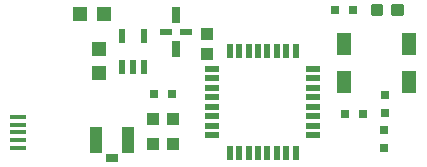
<source format=gtp>
G75*
%MOIN*%
%OFA0B0*%
%FSLAX25Y25*%
%IPPOS*%
%LPD*%
%AMOC8*
5,1,8,0,0,1.08239X$1,22.5*
%
%ADD10R,0.05000X0.02200*%
%ADD11R,0.02200X0.05000*%
%ADD12R,0.03150X0.03150*%
%ADD13R,0.03937X0.04331*%
%ADD14C,0.01181*%
%ADD15R,0.04331X0.03937*%
%ADD16R,0.05118X0.07480*%
%ADD17R,0.04134X0.08661*%
%ADD18R,0.03937X0.03150*%
%ADD19R,0.03150X0.05512*%
%ADD20R,0.04331X0.02362*%
%ADD21R,0.02165X0.04724*%
%ADD22R,0.04724X0.05118*%
%ADD23R,0.05118X0.04724*%
%ADD24R,0.05315X0.01575*%
D10*
X0087587Y0038607D03*
X0087587Y0041756D03*
X0087587Y0044906D03*
X0087587Y0048055D03*
X0087587Y0051205D03*
X0087587Y0054355D03*
X0087587Y0057504D03*
X0087587Y0060654D03*
X0121387Y0060654D03*
X0121387Y0057504D03*
X0121387Y0054355D03*
X0121387Y0051205D03*
X0121387Y0048055D03*
X0121387Y0044906D03*
X0121387Y0041756D03*
X0121387Y0038607D03*
D11*
X0115511Y0032730D03*
X0112361Y0032730D03*
X0109211Y0032730D03*
X0106062Y0032730D03*
X0102912Y0032730D03*
X0099763Y0032730D03*
X0096613Y0032730D03*
X0093463Y0032730D03*
X0093463Y0066530D03*
X0096613Y0066530D03*
X0099763Y0066530D03*
X0102912Y0066530D03*
X0106062Y0066530D03*
X0109211Y0066530D03*
X0112361Y0066530D03*
X0115511Y0066530D03*
D12*
X0128605Y0080313D03*
X0134605Y0080313D03*
X0145076Y0051934D03*
X0145076Y0045934D03*
X0137874Y0045577D03*
X0131874Y0045577D03*
X0145048Y0040152D03*
X0145048Y0034152D03*
X0074379Y0052255D03*
X0068379Y0052255D03*
D13*
X0085857Y0065520D03*
X0085857Y0072213D03*
D14*
X0141158Y0078930D02*
X0141158Y0081686D01*
X0143914Y0081686D01*
X0143914Y0078930D01*
X0141158Y0078930D01*
X0141158Y0080110D02*
X0143914Y0080110D01*
X0143914Y0081290D02*
X0141158Y0081290D01*
X0148063Y0081686D02*
X0148063Y0078930D01*
X0148063Y0081686D02*
X0150819Y0081686D01*
X0150819Y0078930D01*
X0148063Y0078930D01*
X0148063Y0080110D02*
X0150819Y0080110D01*
X0150819Y0081290D02*
X0148063Y0081290D01*
D15*
X0074634Y0043930D03*
X0067941Y0043930D03*
X0067887Y0035686D03*
X0074580Y0035686D03*
D16*
X0131593Y0056267D03*
X0153246Y0056267D03*
X0153246Y0068866D03*
X0131593Y0068866D03*
D17*
X0059726Y0036889D03*
X0048899Y0036889D03*
D18*
X0054313Y0030885D03*
D19*
X0075438Y0067303D03*
X0075438Y0078524D03*
D20*
X0072092Y0072914D03*
X0078785Y0072914D03*
D21*
X0064958Y0071531D03*
X0057477Y0071531D03*
X0057477Y0061295D03*
X0061217Y0061295D03*
X0064958Y0061295D03*
D22*
X0051582Y0078928D03*
X0043582Y0078928D03*
D23*
X0049882Y0067437D03*
X0049882Y0059437D03*
D24*
X0022949Y0044698D03*
X0022949Y0042139D03*
X0022949Y0039580D03*
X0022949Y0037021D03*
X0022949Y0034462D03*
M02*

</source>
